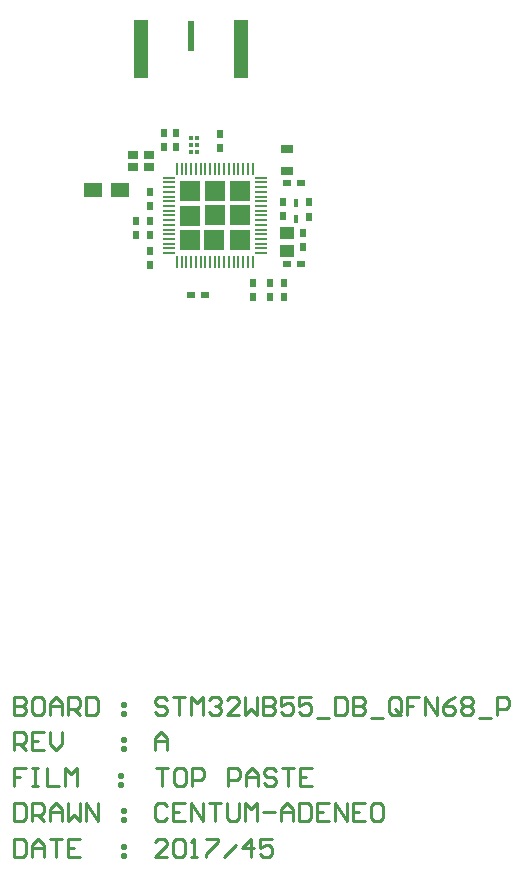
<source format=gtp>
G04 Layer_Color=8421504*
%FSLAX44Y44*%
%MOMM*%
G71*
G01*
G75*
%ADD10R,0.5000X2.5000*%
%ADD11R,1.2000X4.9000*%
%ADD12R,0.3000X0.6500*%
G04:AMPARAMS|DCode=14|XSize=0.25mm|YSize=1mm|CornerRadius=0mm|HoleSize=0mm|Usage=FLASHONLY|Rotation=270.000|XOffset=0mm|YOffset=0mm|HoleType=Round|Shape=Octagon|*
%AMOCTAGOND14*
4,1,8,0.5000,0.0625,0.5000,-0.0625,0.4375,-0.1250,-0.4375,-0.1250,-0.5000,-0.0625,-0.5000,0.0625,-0.4375,0.1250,0.4375,0.1250,0.5000,0.0625,0.0*
%
%ADD14OCTAGOND14*%

G04:AMPARAMS|DCode=15|XSize=0.25mm|YSize=1mm|CornerRadius=0mm|HoleSize=0mm|Usage=FLASHONLY|Rotation=180.000|XOffset=0mm|YOffset=0mm|HoleType=Round|Shape=Octagon|*
%AMOCTAGOND15*
4,1,8,0.0625,-0.5000,-0.0625,-0.5000,-0.1250,-0.4375,-0.1250,0.4375,-0.0625,0.5000,0.0625,0.5000,0.1250,0.4375,0.1250,-0.4375,0.0625,-0.5000,0.0*
%
%ADD15OCTAGOND15*%

%ADD17R,0.5080X0.6350*%
%ADD18R,0.6350X0.5080*%
%ADD19R,1.2500X1.0000*%
%ADD20R,1.0000X0.8000*%
%ADD21R,0.8500X0.7500*%
%ADD22R,1.5240X1.2700*%
%ADD23R,0.3000X0.3000*%
%ADD32C,0.2540*%
%ADD43R,1.7600X1.7600*%
%ADD44R,1.7600X1.7600*%
%ADD45R,1.7600X1.7600*%
D10*
X150000Y384810D02*
D03*
D11*
X107500Y373380D02*
D03*
X192500D02*
D03*
D12*
X239014Y243224D02*
D03*
Y229724D02*
D03*
D14*
X208788Y200828D02*
D03*
Y204828D02*
D03*
Y208828D02*
D03*
Y212828D02*
D03*
Y216828D02*
D03*
Y220828D02*
D03*
Y224828D02*
D03*
Y228828D02*
D03*
Y232828D02*
D03*
Y236828D02*
D03*
Y240828D02*
D03*
Y244828D02*
D03*
Y248828D02*
D03*
Y252828D02*
D03*
Y256828D02*
D03*
Y260828D02*
D03*
Y264828D02*
D03*
X130978D02*
D03*
Y260828D02*
D03*
Y256828D02*
D03*
Y252828D02*
D03*
Y248828D02*
D03*
Y244828D02*
D03*
Y240828D02*
D03*
Y236828D02*
D03*
Y232828D02*
D03*
Y228828D02*
D03*
Y224828D02*
D03*
Y220828D02*
D03*
Y216828D02*
D03*
Y212828D02*
D03*
Y208828D02*
D03*
Y204828D02*
D03*
Y200828D02*
D03*
D15*
X202010Y271860D02*
D03*
X198010D02*
D03*
X194010D02*
D03*
X190010D02*
D03*
X186010D02*
D03*
X182010D02*
D03*
X178010D02*
D03*
X174010D02*
D03*
X170010D02*
D03*
X166010D02*
D03*
X162010D02*
D03*
X158010D02*
D03*
X154010D02*
D03*
X150010D02*
D03*
X146010D02*
D03*
X142010D02*
D03*
X138010D02*
D03*
Y193796D02*
D03*
X142010D02*
D03*
X146010D02*
D03*
X150010D02*
D03*
X154010D02*
D03*
X158010D02*
D03*
X162010D02*
D03*
X166010D02*
D03*
X170010D02*
D03*
X174010D02*
D03*
X178010D02*
D03*
X182010D02*
D03*
X186010D02*
D03*
X190010D02*
D03*
X194010D02*
D03*
X198010D02*
D03*
X202010D02*
D03*
D17*
X127000Y290710D02*
D03*
Y302690D02*
D03*
X137000Y290610D02*
D03*
Y302590D02*
D03*
X227838Y243988D02*
D03*
Y232008D02*
D03*
X174700Y301990D02*
D03*
Y290010D02*
D03*
X245000Y205880D02*
D03*
Y217860D02*
D03*
X115000Y190880D02*
D03*
Y202860D02*
D03*
X115593Y252807D02*
D03*
Y240828D02*
D03*
X217010Y175839D02*
D03*
Y163860D02*
D03*
X229000Y175860D02*
D03*
Y163880D02*
D03*
X249500Y243890D02*
D03*
Y231910D02*
D03*
X202010Y163870D02*
D03*
Y175849D02*
D03*
X115000Y227860D02*
D03*
Y215880D02*
D03*
X103500Y215910D02*
D03*
Y227890D02*
D03*
D18*
X242990Y191870D02*
D03*
X231010D02*
D03*
X150010Y165600D02*
D03*
X161990D02*
D03*
X243000Y259860D02*
D03*
X231021D02*
D03*
D19*
X231000Y202870D02*
D03*
Y217870D02*
D03*
D20*
X231010Y288877D02*
D03*
Y270843D02*
D03*
D21*
X100550Y284150D02*
D03*
X114050D02*
D03*
Y273650D02*
D03*
X100550D02*
D03*
D22*
X90200Y253959D02*
D03*
X67340D02*
D03*
D23*
X150080Y298570D02*
D03*
Y286830D02*
D03*
Y292700D02*
D03*
X155080Y298570D02*
D03*
Y286830D02*
D03*
Y292700D02*
D03*
D32*
X120000Y-234765D02*
X130157D01*
X125078D01*
Y-250000D01*
X142853Y-234765D02*
X137774D01*
X135235Y-237304D01*
Y-247461D01*
X137774Y-250000D01*
X142853D01*
X145392Y-247461D01*
Y-237304D01*
X142853Y-234765D01*
X150470Y-250000D02*
Y-234765D01*
X158088D01*
X160627Y-237304D01*
Y-242383D01*
X158088Y-244922D01*
X150470D01*
X180940Y-250000D02*
Y-234765D01*
X188558D01*
X191097Y-237304D01*
Y-242383D01*
X188558Y-244922D01*
X180940D01*
X196175Y-250000D02*
Y-239843D01*
X201254Y-234765D01*
X206332Y-239843D01*
Y-250000D01*
Y-242383D01*
X196175D01*
X221567Y-237304D02*
X219028Y-234765D01*
X213950D01*
X211410Y-237304D01*
Y-239843D01*
X213950Y-242383D01*
X219028D01*
X221567Y-244922D01*
Y-247461D01*
X219028Y-250000D01*
X213950D01*
X211410Y-247461D01*
X226646Y-234765D02*
X236802D01*
X231724D01*
Y-250000D01*
X252037Y-234765D02*
X241881D01*
Y-250000D01*
X252037D01*
X241881Y-242383D02*
X246959D01*
X0Y-174765D02*
Y-190000D01*
X7617D01*
X10157Y-187461D01*
Y-184922D01*
X7617Y-182383D01*
X0D01*
X7617D01*
X10157Y-179843D01*
Y-177304D01*
X7617Y-174765D01*
X0D01*
X22853D02*
X17774D01*
X15235Y-177304D01*
Y-187461D01*
X17774Y-190000D01*
X22853D01*
X25392Y-187461D01*
Y-177304D01*
X22853Y-174765D01*
X30470Y-190000D02*
Y-179843D01*
X35549Y-174765D01*
X40627Y-179843D01*
Y-190000D01*
Y-182383D01*
X30470D01*
X45705Y-190000D02*
Y-174765D01*
X53323D01*
X55862Y-177304D01*
Y-182383D01*
X53323Y-184922D01*
X45705D01*
X50784D02*
X55862Y-190000D01*
X60940Y-174765D02*
Y-190000D01*
X68558D01*
X71097Y-187461D01*
Y-177304D01*
X68558Y-174765D01*
X60940D01*
X91410Y-179843D02*
X93950D01*
Y-182383D01*
X91410D01*
Y-179843D01*
Y-187461D02*
X93950D01*
Y-190000D01*
X91410D01*
Y-187461D01*
X129498Y-177304D02*
X126959Y-174765D01*
X121881D01*
X119341Y-177304D01*
Y-179843D01*
X121881Y-182383D01*
X126959D01*
X129498Y-184922D01*
Y-187461D01*
X126959Y-190000D01*
X121881D01*
X119341Y-187461D01*
X134577Y-174765D02*
X144733D01*
X139655D01*
Y-190000D01*
X149811D02*
Y-174765D01*
X154890Y-179843D01*
X159968Y-174765D01*
Y-190000D01*
X165047Y-177304D02*
X167586Y-174765D01*
X172664D01*
X175203Y-177304D01*
Y-179843D01*
X172664Y-182383D01*
X170125D01*
X172664D01*
X175203Y-184922D01*
Y-187461D01*
X172664Y-190000D01*
X167586D01*
X165047Y-187461D01*
X190438Y-190000D02*
X180282D01*
X190438Y-179843D01*
Y-177304D01*
X187899Y-174765D01*
X182821D01*
X180282Y-177304D01*
X195517Y-174765D02*
Y-190000D01*
X200595Y-184922D01*
X205674Y-190000D01*
Y-174765D01*
X210752D02*
Y-190000D01*
X218369D01*
X220909Y-187461D01*
Y-184922D01*
X218369Y-182383D01*
X210752D01*
X218369D01*
X220909Y-179843D01*
Y-177304D01*
X218369Y-174765D01*
X210752D01*
X236144D02*
X225987D01*
Y-182383D01*
X231065Y-179843D01*
X233604D01*
X236144Y-182383D01*
Y-187461D01*
X233604Y-190000D01*
X228526D01*
X225987Y-187461D01*
X251379Y-174765D02*
X241222D01*
Y-182383D01*
X246300Y-179843D01*
X248839D01*
X251379Y-182383D01*
Y-187461D01*
X248839Y-190000D01*
X243761D01*
X241222Y-187461D01*
X256457Y-192539D02*
X266614D01*
X271692Y-174765D02*
Y-190000D01*
X279310D01*
X281849Y-187461D01*
Y-177304D01*
X279310Y-174765D01*
X271692D01*
X286927D02*
Y-190000D01*
X294545D01*
X297084Y-187461D01*
Y-184922D01*
X294545Y-182383D01*
X286927D01*
X294545D01*
X297084Y-179843D01*
Y-177304D01*
X294545Y-174765D01*
X286927D01*
X302162Y-192539D02*
X312319D01*
X327554Y-187461D02*
Y-177304D01*
X325015Y-174765D01*
X319937D01*
X317397Y-177304D01*
Y-187461D01*
X319937Y-190000D01*
X325015D01*
X322476Y-184922D02*
X327554Y-190000D01*
X325015D02*
X327554Y-187461D01*
X342789Y-174765D02*
X332632D01*
Y-182383D01*
X337711D01*
X332632D01*
Y-190000D01*
X347868D02*
Y-174765D01*
X358024Y-190000D01*
Y-174765D01*
X373259D02*
X368181Y-177304D01*
X363103Y-182383D01*
Y-187461D01*
X365642Y-190000D01*
X370720D01*
X373259Y-187461D01*
Y-184922D01*
X370720Y-182383D01*
X363103D01*
X378338Y-177304D02*
X380877Y-174765D01*
X385955D01*
X388494Y-177304D01*
Y-179843D01*
X385955Y-182383D01*
X388494Y-184922D01*
Y-187461D01*
X385955Y-190000D01*
X380877D01*
X378338Y-187461D01*
Y-184922D01*
X380877Y-182383D01*
X378338Y-179843D01*
Y-177304D01*
X380877Y-182383D02*
X385955D01*
X393573Y-192539D02*
X403729D01*
X408808Y-190000D02*
Y-174765D01*
X416425D01*
X418965Y-177304D01*
Y-182383D01*
X416425Y-184922D01*
X408808D01*
X0Y-220000D02*
Y-204765D01*
X7617D01*
X10157Y-207304D01*
Y-212383D01*
X7617Y-214922D01*
X0D01*
X5078D02*
X10157Y-220000D01*
X25392Y-204765D02*
X15235D01*
Y-220000D01*
X25392D01*
X15235Y-212383D02*
X20313D01*
X30470Y-204765D02*
Y-214922D01*
X35549Y-220000D01*
X40627Y-214922D01*
Y-204765D01*
X91410Y-209843D02*
X93950D01*
Y-212383D01*
X91410D01*
Y-209843D01*
Y-217461D02*
X93950D01*
Y-220000D01*
X91410D01*
Y-217461D01*
X119341Y-220000D02*
Y-209843D01*
X124420Y-204765D01*
X129498Y-209843D01*
Y-220000D01*
Y-212383D01*
X119341D01*
X10157Y-234765D02*
X0D01*
Y-242383D01*
X5078D01*
X0D01*
Y-250000D01*
X15235Y-234765D02*
X20313D01*
X17774D01*
Y-250000D01*
X15235D01*
X20313D01*
X27931Y-234765D02*
Y-250000D01*
X38088D01*
X43166D02*
Y-234765D01*
X48244Y-239843D01*
X53323Y-234765D01*
Y-250000D01*
X88871Y-239843D02*
X91410D01*
Y-242383D01*
X88871D01*
Y-239843D01*
Y-247461D02*
X91410D01*
Y-250000D01*
X88871D01*
Y-247461D01*
X0Y-264765D02*
Y-280000D01*
X7617D01*
X10157Y-277461D01*
Y-267304D01*
X7617Y-264765D01*
X0D01*
X15235Y-280000D02*
Y-264765D01*
X22853D01*
X25392Y-267304D01*
Y-272383D01*
X22853Y-274922D01*
X15235D01*
X20313D02*
X25392Y-280000D01*
X30470D02*
Y-269843D01*
X35549Y-264765D01*
X40627Y-269843D01*
Y-280000D01*
Y-272383D01*
X30470D01*
X45705Y-264765D02*
Y-280000D01*
X50784Y-274922D01*
X55862Y-280000D01*
Y-264765D01*
X60940Y-280000D02*
Y-264765D01*
X71097Y-280000D01*
Y-264765D01*
X91410Y-269843D02*
X93950D01*
Y-272383D01*
X91410D01*
Y-269843D01*
Y-277461D02*
X93950D01*
Y-280000D01*
X91410D01*
Y-277461D01*
X129498Y-267304D02*
X126959Y-264765D01*
X121881D01*
X119341Y-267304D01*
Y-277461D01*
X121881Y-280000D01*
X126959D01*
X129498Y-277461D01*
X144733Y-264765D02*
X134577D01*
Y-280000D01*
X144733D01*
X134577Y-272383D02*
X139655D01*
X149811Y-280000D02*
Y-264765D01*
X159968Y-280000D01*
Y-264765D01*
X165047D02*
X175203D01*
X170125D01*
Y-280000D01*
X180282Y-264765D02*
Y-277461D01*
X182821Y-280000D01*
X187899D01*
X190438Y-277461D01*
Y-264765D01*
X195517Y-280000D02*
Y-264765D01*
X200595Y-269843D01*
X205674Y-264765D01*
Y-280000D01*
X210752Y-272383D02*
X220909D01*
X225987Y-280000D02*
Y-269843D01*
X231065Y-264765D01*
X236144Y-269843D01*
Y-280000D01*
Y-272383D01*
X225987D01*
X241222Y-264765D02*
Y-280000D01*
X248839D01*
X251379Y-277461D01*
Y-267304D01*
X248839Y-264765D01*
X241222D01*
X266614D02*
X256457D01*
Y-280000D01*
X266614D01*
X256457Y-272383D02*
X261535D01*
X271692Y-280000D02*
Y-264765D01*
X281849Y-280000D01*
Y-264765D01*
X297084D02*
X286927D01*
Y-280000D01*
X297084D01*
X286927Y-272383D02*
X292006D01*
X309780Y-264765D02*
X304701D01*
X302162Y-267304D01*
Y-277461D01*
X304701Y-280000D01*
X309780D01*
X312319Y-277461D01*
Y-267304D01*
X309780Y-264765D01*
X0Y-294765D02*
Y-310000D01*
X7617D01*
X10157Y-307461D01*
Y-297304D01*
X7617Y-294765D01*
X0D01*
X15235Y-310000D02*
Y-299843D01*
X20313Y-294765D01*
X25392Y-299843D01*
Y-310000D01*
Y-302383D01*
X15235D01*
X30470Y-294765D02*
X40627D01*
X35549D01*
Y-310000D01*
X55862Y-294765D02*
X45705D01*
Y-310000D01*
X55862D01*
X45705Y-302383D02*
X50784D01*
X91410Y-299843D02*
X93950D01*
Y-302383D01*
X91410D01*
Y-299843D01*
Y-307461D02*
X93950D01*
Y-310000D01*
X91410D01*
Y-307461D01*
X129498Y-310000D02*
X119341D01*
X129498Y-299843D01*
Y-297304D01*
X126959Y-294765D01*
X121881D01*
X119341Y-297304D01*
X134577D02*
X137116Y-294765D01*
X142194D01*
X144733Y-297304D01*
Y-307461D01*
X142194Y-310000D01*
X137116D01*
X134577Y-307461D01*
Y-297304D01*
X149811Y-310000D02*
X154890D01*
X152351D01*
Y-294765D01*
X149811Y-297304D01*
X162507Y-294765D02*
X172664D01*
Y-297304D01*
X162507Y-307461D01*
Y-310000D01*
X177743D02*
X187899Y-299843D01*
X200595Y-310000D02*
Y-294765D01*
X192978Y-302383D01*
X203134D01*
X218369Y-294765D02*
X208213D01*
Y-302383D01*
X213291Y-299843D01*
X215830D01*
X218369Y-302383D01*
Y-307461D01*
X215830Y-310000D01*
X210752D01*
X208213Y-307461D01*
D43*
X191256Y253238D02*
D03*
X169920D02*
D03*
X149092Y253492D02*
D03*
Y232738D02*
D03*
X149018Y212090D02*
D03*
X169666D02*
D03*
X191002Y212344D02*
D03*
D44*
X191256Y232828D02*
D03*
D45*
X170010Y232828D02*
D03*
M02*

</source>
